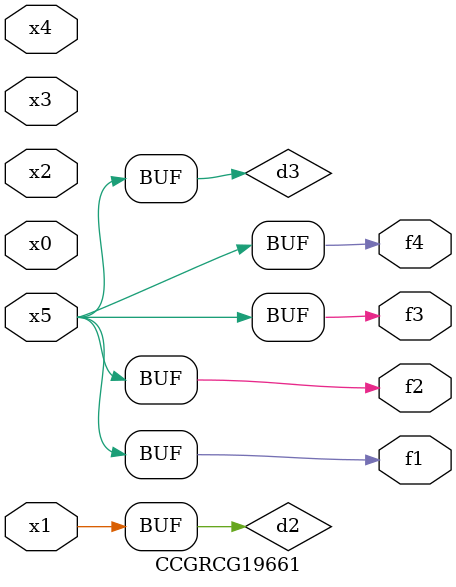
<source format=v>
module CCGRCG19661(
	input x0, x1, x2, x3, x4, x5,
	output f1, f2, f3, f4
);

	wire d1, d2, d3;

	not (d1, x5);
	or (d2, x1);
	xnor (d3, d1);
	assign f1 = d3;
	assign f2 = d3;
	assign f3 = d3;
	assign f4 = d3;
endmodule

</source>
